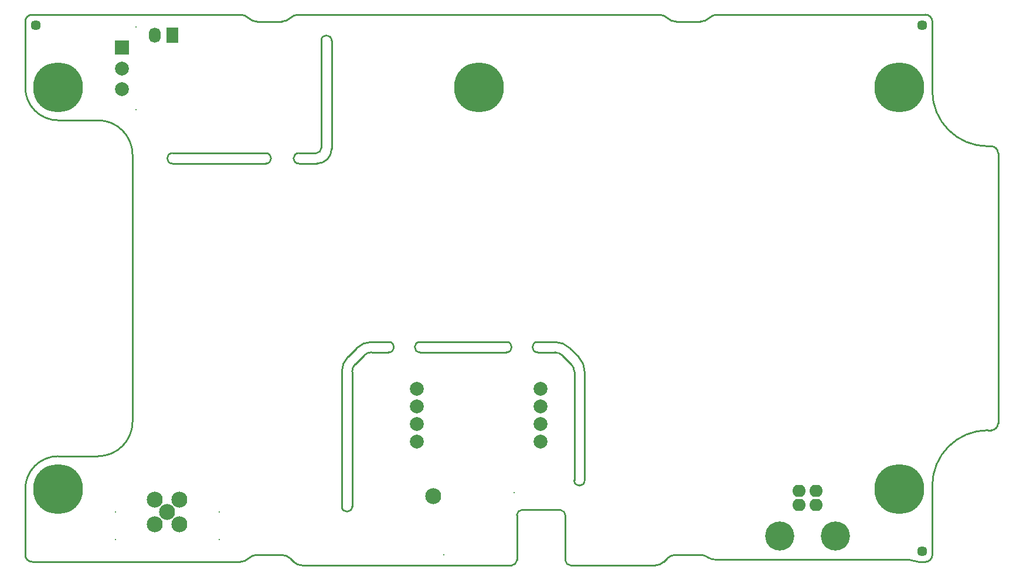
<source format=gbs>
G04*
G04 #@! TF.GenerationSoftware,Altium Limited,Altium Designer,21.2.0 (30)*
G04*
G04 Layer_Color=16711935*
%FSLAX25Y25*%
%MOIN*%
G70*
G04*
G04 #@! TF.SameCoordinates,586DA71B-A414-44C7-A424-215A95C81ED1*
G04*
G04*
G04 #@! TF.FilePolarity,Negative*
G04*
G01*
G75*
%ADD10C,0.01000*%
%ADD94O,0.07690X0.06902*%
%ADD95C,0.16548*%
%ADD96C,0.28359*%
%ADD97C,0.09068*%
%ADD98C,0.00800*%
%ADD99C,0.05701*%
%ADD100C,0.07887*%
%ADD101R,0.07887X0.07887*%
%ADD102O,0.06706X0.08674*%
%ADD103R,0.06706X0.08674*%
D10*
X129936Y-152740D02*
G03*
X126153Y-151575I-3782J-5556D01*
G01*
X246897Y-154837D02*
G03*
X249831Y-155512I2934J6047D01*
G01*
X246897Y-154837D02*
G03*
X243963Y-154163I-2934J-6047D01*
G01*
X49213Y-154528D02*
G03*
X52165Y-157480I2953J0D01*
G01*
X49213Y-128937D02*
G03*
X46260Y-125984I-2953J0D01*
G01*
X24606D02*
G03*
X21654Y-128937I0J-2953D01*
G01*
X18701Y-157480D02*
G03*
X21654Y-154528I0J2953D01*
G01*
X-33465Y-30512D02*
G03*
X-33465Y-36417I0J-2953D01*
G01*
X15748D02*
G03*
X15748Y-30512I0J2953D01*
G01*
X54279Y-109252D02*
G03*
X60185Y-109252I2953J0D01*
G01*
X33465Y-30512D02*
G03*
X33465Y-36417I0J-2953D01*
G01*
X47532Y-38168D02*
G03*
X43307Y-36417I-4225J-4225D01*
G01*
X51764Y-34047D02*
G03*
X43228Y-30512I-8535J-8535D01*
G01*
X60200Y-47484D02*
G03*
X56665Y-38948I-12071J0D01*
G01*
X54295Y-47405D02*
G03*
X52544Y-43180I-5976J0D01*
G01*
X-70261D02*
G03*
X-72011Y-47405I4225J-4225D01*
G01*
X-74381Y-38948D02*
G03*
X-77917Y-47484I8535J-8535D01*
G01*
X-60945Y-30512D02*
G03*
X-69480Y-34047I0J-12071D01*
G01*
X-61024Y-36417D02*
G03*
X-65249Y-38168I0J-5976D01*
G01*
X-51181Y-36417D02*
G03*
X-51181Y-30512I0J2953D01*
G01*
X-77901Y-124016D02*
G03*
X-71996Y-124016I2953J0D01*
G01*
X-92520Y76772D02*
G03*
X-89567Y79724I0J2953D01*
G01*
X-102362Y76772D02*
G03*
X-102362Y70866I0J-2953D01*
G01*
X-91992Y70866D02*
G03*
X-83661Y79197I0J8331D01*
G01*
Y140748D02*
G03*
X-89567Y140748I-2953J0D01*
G01*
X-121063Y70866D02*
G03*
X-121063Y76772I0J2953D01*
G01*
X-174213D02*
G03*
X-174213Y70866I0J-2953D01*
G01*
X111867Y-151575D02*
G03*
X107115Y-153543I0J-6721D01*
G01*
X100394Y-157480D02*
G03*
X105146Y-155512I0J6721D01*
G01*
X-257874Y114173D02*
G03*
X-239173Y95472I18701J0D01*
G01*
X-196850Y75787D02*
G03*
X-216535Y95472I-19685J0D01*
G01*
Y-95472D02*
G03*
X-196850Y-75787I0J19685D01*
G01*
X-253937Y155512D02*
G03*
X-257874Y151575I0J-3937D01*
G01*
X-130905Y153543D02*
G03*
X-135658Y155512I-4752J-4752D01*
G01*
X-130905Y153543D02*
G03*
X-126153Y151575I4752J4752D01*
G01*
X-102531Y155512D02*
G03*
X-107283Y153543I0J-6721D01*
G01*
X-112036Y151575D02*
G03*
X-107283Y153543I0J6721D01*
G01*
Y-153543D02*
G03*
X-112036Y-151575I-4752J-4752D01*
G01*
X-105315Y-155512D02*
G03*
X-100563Y-157480I4752J4752D01*
G01*
X-126153Y-151575D02*
G03*
X-130905Y-153543I0J-6721D01*
G01*
X-135658Y-155512D02*
G03*
X-130905Y-153543I0J6721D01*
G01*
X-257874Y-151575D02*
G03*
X-253937Y-155512I3937J0D01*
G01*
X-239173Y-95472D02*
G03*
X-257874Y-114173I0J-18701D01*
G01*
X289370Y-80709D02*
G03*
X257874Y-112205I0J-31496D01*
G01*
X291339Y-80709D02*
G03*
X295276Y-76772I0J3937D01*
G01*
X253937Y-155512D02*
G03*
X257874Y-151575I0J3937D01*
G01*
X130273Y-152969D02*
G03*
X134055Y-154134I3782J5556D01*
G01*
X107283Y153543D02*
G03*
X112036Y151575I4752J4752D01*
G01*
X107283Y153543D02*
G03*
X102531Y155512I-4752J-4752D01*
G01*
X126153Y151575D02*
G03*
X130905Y153543I0J6721D01*
G01*
X135658Y155512D02*
G03*
X130905Y153543I0J-6721D01*
G01*
X257874Y151575D02*
G03*
X253937Y155512I-3937J0D01*
G01*
X295276Y76772D02*
G03*
X291339Y80709I-3937J0D01*
G01*
X257874Y112205D02*
G03*
X289370Y80709I31496J0D01*
G01*
X134055Y-154134D02*
X187008D01*
X129936Y-152740D02*
X130273Y-152969D01*
X249831Y-155512D02*
X253937D01*
X187008Y-154163D02*
X243963D01*
X52165Y-157480D02*
X100394D01*
X49213Y-154528D02*
Y-128937D01*
X24606Y-125984D02*
X46260D01*
X21654Y-154528D02*
Y-128937D01*
X-0Y-157480D02*
X18701D01*
X-33465Y-36417D02*
X15748D01*
X-33465Y-30512D02*
X15748D01*
X33465Y-36417D02*
X43307D01*
X33465Y-30512D02*
X43228D01*
X43228D01*
X60185Y-109252D02*
Y-47484D01*
X54279Y-109252D02*
Y-47405D01*
X47532Y-38168D02*
X52544Y-43180D01*
X51764Y-34047D02*
X56665Y-38948D01*
X-74381D02*
X-69480Y-34047D01*
X-70261Y-43180D02*
X-65249Y-38168D01*
X-71996Y-124016D02*
Y-47405D01*
X-77901Y-124016D02*
Y-47484D01*
X-60945Y-30512D02*
X-60945D01*
X-51181D01*
X-61024Y-36417D02*
X-51181D01*
X-89567Y79724D02*
Y140748D01*
X-102362Y76772D02*
X-92520D01*
X-102362Y70866D02*
X-91992D01*
X-174213Y76772D02*
X-121063D01*
X-83661Y79197D02*
Y140748D01*
X-174213Y70866D02*
X-121063D01*
X105146Y-155512D02*
X107115Y-153543D01*
X-107283Y-153543D02*
X-105315Y-155512D01*
Y-155512D01*
X-100563Y-157480D02*
X-0Y-157480D01*
X-196850Y-0D02*
Y75787D01*
X-239173Y95473D02*
X-216535D01*
X-239173Y-95473D02*
X-216535D01*
X-257874Y114173D02*
Y151575D01*
X-253937Y155512D02*
X-135658D01*
X-119094Y151575D02*
X-112036D01*
X-126153D02*
X-119094D01*
X-102531Y155512D02*
X-0Y155512D01*
X-126153Y-151575D02*
X-119094D01*
X-112036D01*
X-253937Y-155512D02*
X-135658D01*
X-257874Y-151575D02*
Y-114173D01*
X-196850Y-75787D02*
Y-0D01*
X295276Y-76772D02*
Y-0D01*
X289370Y-80709D02*
X291339D01*
X257874Y-151575D02*
Y-112205D01*
X112036Y-151575D02*
X119095D01*
X126153D01*
X-0Y155512D02*
X102531Y155512D01*
X119095Y151575D02*
X126153D01*
X112036D02*
X119095D01*
X135658Y155512D02*
X253937D01*
X257874Y112205D02*
Y151575D01*
X289370Y80709D02*
X291339D01*
X295276Y-0D02*
Y76772D01*
D94*
X182087Y-123071D02*
D03*
Y-115197D02*
D03*
X191929Y-123071D02*
D03*
Y-115197D02*
D03*
D95*
X202756Y-140748D02*
D03*
X171260D02*
D03*
D96*
X-239173Y114173D02*
D03*
X-0D02*
D03*
X-239173Y-114173D02*
D03*
X239173D02*
D03*
Y114173D02*
D03*
D97*
X-170197Y-120197D02*
D03*
X-184134D02*
D03*
X-184155Y-134230D02*
D03*
X-170218Y-134168D02*
D03*
X-177165Y-127165D02*
D03*
X-25965Y-118032D02*
D03*
D98*
X-206693Y-127165D02*
D03*
Y-142913D02*
D03*
X-147638Y-127165D02*
D03*
Y-142913D02*
D03*
X-20000Y-151339D02*
D03*
X20000Y-116319D02*
D03*
X-195039Y148622D02*
D03*
Y101378D02*
D03*
D99*
X251969Y-149606D02*
D03*
Y149606D02*
D03*
X-251969Y149606D02*
D03*
D100*
X-35138Y-87323D02*
D03*
Y-77323D02*
D03*
Y-67323D02*
D03*
Y-57323D02*
D03*
X35138D02*
D03*
Y-67323D02*
D03*
Y-77323D02*
D03*
Y-87323D02*
D03*
X-202756Y125000D02*
D03*
Y113189D02*
D03*
D101*
Y136811D02*
D03*
D102*
X-184213Y143701D02*
D03*
D103*
X-174213D02*
D03*
M02*

</source>
